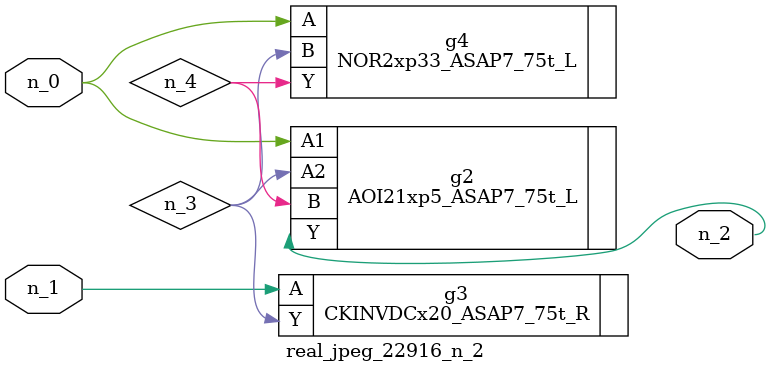
<source format=v>
module real_jpeg_22916_n_2 (n_1, n_0, n_2);

input n_1;
input n_0;

output n_2;

wire n_4;
wire n_3;

AOI21xp5_ASAP7_75t_L g2 ( 
.A1(n_0),
.A2(n_3),
.B(n_4),
.Y(n_2)
);

NOR2xp33_ASAP7_75t_L g4 ( 
.A(n_0),
.B(n_3),
.Y(n_4)
);

CKINVDCx20_ASAP7_75t_R g3 ( 
.A(n_1),
.Y(n_3)
);


endmodule
</source>
